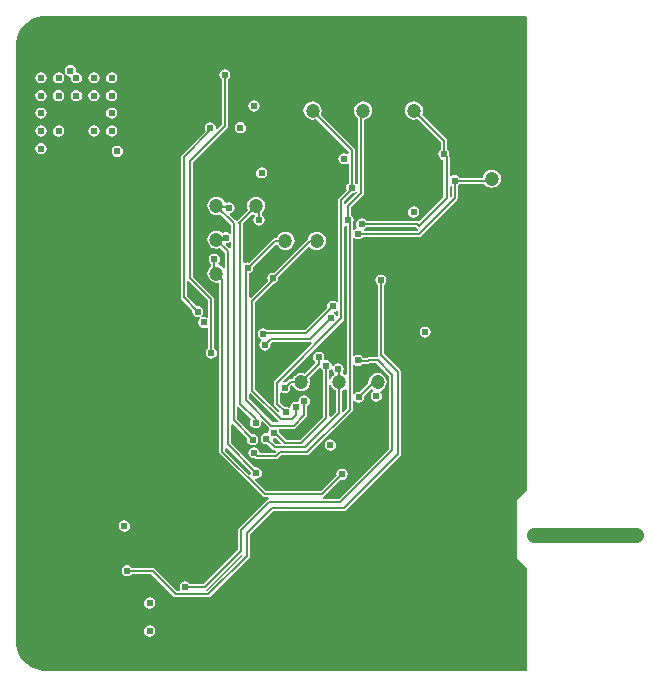
<source format=gbl>
G04 Layer_Physical_Order=4*
G04 Layer_Color=16763904*
%FSLAX25Y25*%
%MOIN*%
G70*
G01*
G75*
%ADD10C,0.00700*%
%ADD34C,0.05000*%
G04:AMPARAMS|DCode=35|XSize=74.8mil|YSize=95.47mil|CornerRadius=22.44mil|HoleSize=0mil|Usage=FLASHONLY|Rotation=0.000|XOffset=0mil|YOffset=0mil|HoleType=Round|Shape=RoundedRectangle|*
%AMROUNDEDRECTD35*
21,1,0.07480,0.05059,0,0,0.0*
21,1,0.02992,0.09547,0,0,0.0*
1,1,0.04488,0.01496,-0.02530*
1,1,0.04488,-0.01496,-0.02530*
1,1,0.04488,-0.01496,0.02530*
1,1,0.04488,0.01496,0.02530*
%
%ADD35ROUNDEDRECTD35*%
G04:AMPARAMS|DCode=36|XSize=49.21mil|YSize=43.31mil|CornerRadius=18.19mil|HoleSize=0mil|Usage=FLASHONLY|Rotation=0.000|XOffset=0mil|YOffset=0mil|HoleType=Round|Shape=RoundedRectangle|*
%AMROUNDEDRECTD36*
21,1,0.04921,0.00693,0,0,0.0*
21,1,0.01284,0.04331,0,0,0.0*
1,1,0.03638,0.00642,-0.00346*
1,1,0.03638,-0.00642,-0.00346*
1,1,0.03638,-0.00642,0.00346*
1,1,0.03638,0.00642,0.00346*
%
%ADD36ROUNDEDRECTD36*%
%ADD37C,0.02400*%
%ADD42C,0.04724*%
G36*
X12000Y-1173D02*
X14472D01*
X14500Y-1200D01*
X171759D01*
X171800Y-1300D01*
Y-159100D01*
X168500Y-162400D01*
Y-181800D01*
X171800Y-185100D01*
Y-219300D01*
X10515D01*
X8583Y-218916D01*
X6763Y-218162D01*
X5125Y-217068D01*
X3732Y-215675D01*
X2638Y-214037D01*
X1884Y-212217D01*
X1500Y-210285D01*
Y-209300D01*
Y-11100D01*
Y-10115D01*
X1884Y-8183D01*
X2638Y-6363D01*
X3732Y-4725D01*
X5125Y-3333D01*
X6763Y-2238D01*
X8583Y-1484D01*
X10515Y-1100D01*
X11635D01*
X12000Y-1173D01*
D02*
G37*
%LPC*%
G36*
X9900Y-37514D02*
X9178Y-37657D01*
X8566Y-38066D01*
X8157Y-38678D01*
X8014Y-39400D01*
X8157Y-40122D01*
X8566Y-40734D01*
X9178Y-41143D01*
X9900Y-41286D01*
X10622Y-41143D01*
X11234Y-40734D01*
X11643Y-40122D01*
X11786Y-39400D01*
X11643Y-38678D01*
X11234Y-38066D01*
X10622Y-37657D01*
X9900Y-37514D01*
D02*
G37*
G36*
Y-43414D02*
X9178Y-43557D01*
X8566Y-43966D01*
X8157Y-44578D01*
X8014Y-45300D01*
X8157Y-46022D01*
X8566Y-46634D01*
X9178Y-47043D01*
X9900Y-47186D01*
X10622Y-47043D01*
X11234Y-46634D01*
X11643Y-46022D01*
X11786Y-45300D01*
X11643Y-44578D01*
X11234Y-43966D01*
X10622Y-43557D01*
X9900Y-43414D01*
D02*
G37*
G36*
X35426Y-44314D02*
X34704Y-44457D01*
X34092Y-44866D01*
X33683Y-45478D01*
X33540Y-46200D01*
X33683Y-46922D01*
X34092Y-47534D01*
X34704Y-47943D01*
X35426Y-48086D01*
X36148Y-47943D01*
X36760Y-47534D01*
X37169Y-46922D01*
X37312Y-46200D01*
X37169Y-45478D01*
X36760Y-44866D01*
X36148Y-44457D01*
X35426Y-44314D01*
D02*
G37*
G36*
X33500Y-37514D02*
X32778Y-37657D01*
X32166Y-38066D01*
X31757Y-38678D01*
X31614Y-39400D01*
X31757Y-40122D01*
X32166Y-40734D01*
X32778Y-41143D01*
X33500Y-41286D01*
X34222Y-41143D01*
X34834Y-40734D01*
X35243Y-40122D01*
X35386Y-39400D01*
X35243Y-38678D01*
X34834Y-38066D01*
X34222Y-37657D01*
X33500Y-37514D01*
D02*
G37*
G36*
X27600D02*
X26878Y-37657D01*
X26266Y-38066D01*
X25857Y-38678D01*
X25714Y-39400D01*
X25857Y-40122D01*
X26266Y-40734D01*
X26878Y-41143D01*
X27600Y-41286D01*
X28322Y-41143D01*
X28934Y-40734D01*
X29343Y-40122D01*
X29486Y-39400D01*
X29343Y-38678D01*
X28934Y-38066D01*
X28322Y-37657D01*
X27600Y-37514D01*
D02*
G37*
G36*
X15800D02*
X15078Y-37657D01*
X14466Y-38066D01*
X14057Y-38678D01*
X13914Y-39400D01*
X14057Y-40122D01*
X14466Y-40734D01*
X15078Y-41143D01*
X15800Y-41286D01*
X16522Y-41143D01*
X17134Y-40734D01*
X17543Y-40122D01*
X17686Y-39400D01*
X17543Y-38678D01*
X17134Y-38066D01*
X16522Y-37657D01*
X15800Y-37514D01*
D02*
G37*
G36*
X83479Y-51470D02*
X82757Y-51613D01*
X82145Y-52022D01*
X81736Y-52634D01*
X81593Y-53356D01*
X81736Y-54078D01*
X82145Y-54690D01*
X82757Y-55099D01*
X83479Y-55242D01*
X84201Y-55099D01*
X84812Y-54690D01*
X85221Y-54078D01*
X85365Y-53356D01*
X85221Y-52634D01*
X84812Y-52022D01*
X84201Y-51613D01*
X83479Y-51470D01*
D02*
G37*
G36*
X134200Y-29562D02*
X133414Y-29665D01*
X132681Y-29969D01*
X132052Y-30452D01*
X131569Y-31081D01*
X131265Y-31814D01*
X131162Y-32600D01*
X131265Y-33386D01*
X131569Y-34119D01*
X132052Y-34748D01*
X132681Y-35231D01*
X133414Y-35535D01*
X134200Y-35638D01*
X134986Y-35535D01*
X135486Y-35328D01*
X143180Y-43022D01*
Y-45656D01*
X142866Y-45866D01*
X142457Y-46478D01*
X142314Y-47200D01*
X142457Y-47922D01*
X142866Y-48534D01*
X143478Y-48943D01*
X144080Y-49062D01*
Y-61278D01*
X135776Y-69582D01*
X135590Y-69458D01*
X135200Y-69380D01*
X118344D01*
X118134Y-69066D01*
X117522Y-68657D01*
X116800Y-68514D01*
X116078Y-68657D01*
X115466Y-69066D01*
X115057Y-69678D01*
X114914Y-70400D01*
X115057Y-71122D01*
X115228Y-71378D01*
X114998Y-71934D01*
X114878Y-71957D01*
X114320Y-72331D01*
X114079Y-72269D01*
X113820Y-72135D01*
Y-70256D01*
X114043Y-69922D01*
X114186Y-69200D01*
X114043Y-68478D01*
X113634Y-67866D01*
X113320Y-67656D01*
Y-64822D01*
X117321Y-60821D01*
X117542Y-60490D01*
X117620Y-60100D01*
Y-35599D01*
X118111Y-35535D01*
X118844Y-35231D01*
X119473Y-34748D01*
X119956Y-34119D01*
X120260Y-33386D01*
X120363Y-32600D01*
X120260Y-31814D01*
X119956Y-31081D01*
X119473Y-30452D01*
X118844Y-29969D01*
X118111Y-29665D01*
X117325Y-29562D01*
X116539Y-29665D01*
X115806Y-29969D01*
X115177Y-30452D01*
X114694Y-31081D01*
X114390Y-31814D01*
X114287Y-32600D01*
X114390Y-33386D01*
X114694Y-34119D01*
X115177Y-34748D01*
X115580Y-35058D01*
Y-57184D01*
X115080Y-57335D01*
X114834Y-56966D01*
X114520Y-56756D01*
Y-45900D01*
X114442Y-45510D01*
X114221Y-45179D01*
X103104Y-34063D01*
X103385Y-33386D01*
X103488Y-32600D01*
X103385Y-31814D01*
X103081Y-31081D01*
X102598Y-30452D01*
X101969Y-29969D01*
X101236Y-29665D01*
X100450Y-29562D01*
X99664Y-29665D01*
X98931Y-29969D01*
X98302Y-30452D01*
X97819Y-31081D01*
X97515Y-31814D01*
X97412Y-32600D01*
X97515Y-33386D01*
X97819Y-34119D01*
X98302Y-34748D01*
X98931Y-35231D01*
X99664Y-35535D01*
X100450Y-35638D01*
X101236Y-35535D01*
X101559Y-35401D01*
X112480Y-46322D01*
Y-46914D01*
X111980Y-47182D01*
X111645Y-46957D01*
X110923Y-46814D01*
X110201Y-46957D01*
X109589Y-47366D01*
X109180Y-47978D01*
X109037Y-48700D01*
X109180Y-49422D01*
X109589Y-50034D01*
X110201Y-50443D01*
X110923Y-50586D01*
X111645Y-50443D01*
X111980Y-50218D01*
X112480Y-50486D01*
Y-56756D01*
X112166Y-56966D01*
X111757Y-57578D01*
X111614Y-58300D01*
X111757Y-59022D01*
X111829Y-59129D01*
X109279Y-61679D01*
X109058Y-62010D01*
X108980Y-62400D01*
Y-96484D01*
X108480Y-96636D01*
X108434Y-96566D01*
X107822Y-96157D01*
X107100Y-96014D01*
X106378Y-96157D01*
X105766Y-96566D01*
X105357Y-97178D01*
X105214Y-97900D01*
X105288Y-98271D01*
X97778Y-105780D01*
X85343D01*
X85334Y-105766D01*
X84722Y-105357D01*
X84000Y-105214D01*
X83278Y-105357D01*
X82666Y-105766D01*
X82257Y-106378D01*
X82114Y-107100D01*
X82257Y-107822D01*
X82666Y-108434D01*
X83278Y-108843D01*
X83295Y-108846D01*
X83400Y-109377D01*
X83266Y-109466D01*
X82857Y-110078D01*
X82714Y-110800D01*
X82857Y-111522D01*
X83266Y-112134D01*
X83878Y-112543D01*
X84600Y-112686D01*
X85322Y-112543D01*
X85934Y-112134D01*
X86343Y-111522D01*
X86486Y-110800D01*
X86413Y-110429D01*
X87022Y-109820D01*
X99700D01*
X99989Y-109762D01*
X100241Y-110079D01*
X100284Y-110175D01*
X87879Y-122579D01*
X87658Y-122910D01*
X87580Y-123300D01*
Y-130300D01*
X87658Y-130690D01*
X87879Y-131021D01*
X89493Y-132635D01*
X89449Y-132900D01*
X88913Y-133071D01*
X81370Y-125528D01*
Y-96472D01*
X87519Y-90323D01*
X87922Y-90243D01*
X88534Y-89834D01*
X88943Y-89222D01*
X89086Y-88500D01*
X89012Y-88129D01*
X99154Y-77987D01*
X99653Y-78020D01*
X99752Y-78148D01*
X100381Y-78631D01*
X101114Y-78935D01*
X101900Y-79038D01*
X102686Y-78935D01*
X103419Y-78631D01*
X104048Y-78148D01*
X104531Y-77519D01*
X104835Y-76786D01*
X104938Y-76000D01*
X104835Y-75214D01*
X104531Y-74481D01*
X104048Y-73852D01*
X103419Y-73369D01*
X102686Y-73065D01*
X101900Y-72962D01*
X101114Y-73065D01*
X100381Y-73369D01*
X99752Y-73852D01*
X99269Y-74481D01*
X98965Y-75214D01*
X98953Y-75305D01*
X87571Y-86687D01*
X87200Y-86614D01*
X86478Y-86757D01*
X85866Y-87166D01*
X85457Y-87778D01*
X85314Y-88500D01*
X85457Y-89222D01*
X85569Y-89389D01*
X79880Y-95078D01*
X79380Y-94871D01*
Y-86871D01*
X79522Y-86843D01*
X80134Y-86434D01*
X80543Y-85822D01*
X80686Y-85100D01*
X80612Y-84729D01*
X88109Y-77233D01*
X88692Y-77334D01*
X88769Y-77519D01*
X89252Y-78148D01*
X89881Y-78631D01*
X90614Y-78935D01*
X91400Y-79038D01*
X92186Y-78935D01*
X92919Y-78631D01*
X93548Y-78148D01*
X94031Y-77519D01*
X94335Y-76786D01*
X94438Y-76000D01*
X94335Y-75214D01*
X94031Y-74481D01*
X93548Y-73852D01*
X92919Y-73369D01*
X92186Y-73065D01*
X91400Y-72962D01*
X90614Y-73065D01*
X89881Y-73369D01*
X89252Y-73852D01*
X88769Y-74481D01*
X88562Y-74980D01*
X87900D01*
X87510Y-75058D01*
X87179Y-75279D01*
X79171Y-83288D01*
X78800Y-83214D01*
X78078Y-83357D01*
X77890Y-83483D01*
X77390Y-83216D01*
Y-70027D01*
X80314Y-67103D01*
X80814Y-67310D01*
X81011Y-67336D01*
X81107Y-67498D01*
X81200Y-67865D01*
X80857Y-68378D01*
X80714Y-69100D01*
X80857Y-69822D01*
X81266Y-70434D01*
X81878Y-70843D01*
X82600Y-70986D01*
X83322Y-70843D01*
X83934Y-70434D01*
X84343Y-69822D01*
X84486Y-69100D01*
X84343Y-68378D01*
X83934Y-67766D01*
X83620Y-67556D01*
Y-66622D01*
X83748Y-66523D01*
X84231Y-65894D01*
X84535Y-65161D01*
X84638Y-64375D01*
X84535Y-63589D01*
X84231Y-62856D01*
X83748Y-62227D01*
X83119Y-61744D01*
X82386Y-61440D01*
X81600Y-61337D01*
X80814Y-61440D01*
X80081Y-61744D01*
X79452Y-62227D01*
X78969Y-62856D01*
X78665Y-63589D01*
X78562Y-64375D01*
X78665Y-65161D01*
X78872Y-65661D01*
X75481Y-69052D01*
X75101Y-69354D01*
X74770Y-69133D01*
X74558Y-69091D01*
X72903Y-67436D01*
X73067Y-66893D01*
X73322Y-66843D01*
X73934Y-66434D01*
X74343Y-65822D01*
X74486Y-65100D01*
X74343Y-64378D01*
X73934Y-63766D01*
X73322Y-63357D01*
X72600Y-63214D01*
X71878Y-63357D01*
X71797Y-63412D01*
X71188Y-63235D01*
X71031Y-62856D01*
X70548Y-62227D01*
X69919Y-61744D01*
X69186Y-61440D01*
X68400Y-61337D01*
X67614Y-61440D01*
X66881Y-61744D01*
X66252Y-62227D01*
X65769Y-62856D01*
X65465Y-63589D01*
X65362Y-64375D01*
X65465Y-65161D01*
X65769Y-65894D01*
X66252Y-66523D01*
X66881Y-67006D01*
X67614Y-67310D01*
X68400Y-67413D01*
X69186Y-67310D01*
X69686Y-67103D01*
X73360Y-70777D01*
Y-73554D01*
X72860Y-73706D01*
X72834Y-73666D01*
X72222Y-73257D01*
X71500Y-73114D01*
X70778Y-73257D01*
X70485Y-73453D01*
X69919Y-73019D01*
X69186Y-72715D01*
X68400Y-72612D01*
X67614Y-72715D01*
X66881Y-73019D01*
X66252Y-73502D01*
X65769Y-74131D01*
X65465Y-74864D01*
X65362Y-75650D01*
X65465Y-76436D01*
X65769Y-77169D01*
X66252Y-77798D01*
X66881Y-78281D01*
X67614Y-78585D01*
X68400Y-78688D01*
X69186Y-78585D01*
X69686Y-78378D01*
X71370Y-80062D01*
Y-85027D01*
X70870Y-85196D01*
X70548Y-84777D01*
X69919Y-84294D01*
X69226Y-84007D01*
X69145Y-83807D01*
X69075Y-83471D01*
X69443Y-82922D01*
X69586Y-82200D01*
X69443Y-81478D01*
X69034Y-80866D01*
X68422Y-80457D01*
X67700Y-80314D01*
X66978Y-80457D01*
X66366Y-80866D01*
X65957Y-81478D01*
X65814Y-82200D01*
X65957Y-82922D01*
X66366Y-83534D01*
X66680Y-83744D01*
Y-84448D01*
X66252Y-84777D01*
X65769Y-85406D01*
X65465Y-86139D01*
X65362Y-86925D01*
X65465Y-87711D01*
X65769Y-88444D01*
X66252Y-89073D01*
X66881Y-89556D01*
X67614Y-89860D01*
X68400Y-89963D01*
X68880Y-89900D01*
X69380Y-90281D01*
Y-146400D01*
X69458Y-146790D01*
X69679Y-147121D01*
X83779Y-161221D01*
X84110Y-161442D01*
X84500Y-161520D01*
X85754D01*
X85803Y-162020D01*
X85610Y-162058D01*
X85279Y-162279D01*
X75879Y-171679D01*
X75658Y-172010D01*
X75580Y-172400D01*
Y-178878D01*
X64078Y-190380D01*
X59544D01*
X59334Y-190066D01*
X58722Y-189657D01*
X58000Y-189514D01*
X57278Y-189657D01*
X56666Y-190066D01*
X56257Y-190678D01*
X56114Y-191400D01*
X56257Y-192122D01*
X56430Y-192380D01*
X56163Y-192880D01*
X55422D01*
X47821Y-185279D01*
X47490Y-185058D01*
X47100Y-184980D01*
X40244D01*
X40034Y-184666D01*
X39422Y-184257D01*
X38700Y-184114D01*
X37978Y-184257D01*
X37366Y-184666D01*
X36957Y-185278D01*
X36814Y-186000D01*
X36957Y-186722D01*
X37366Y-187334D01*
X37978Y-187743D01*
X38700Y-187886D01*
X39422Y-187743D01*
X40034Y-187334D01*
X40244Y-187020D01*
X46678D01*
X54279Y-194621D01*
X54610Y-194842D01*
X55000Y-194920D01*
X65600D01*
X65990Y-194842D01*
X66321Y-194621D01*
X79221Y-181721D01*
X79442Y-181390D01*
X79520Y-181000D01*
Y-173722D01*
X87222Y-166020D01*
X110900D01*
X111290Y-165942D01*
X111621Y-165721D01*
X129621Y-147721D01*
X129842Y-147390D01*
X129920Y-147000D01*
Y-119700D01*
X129842Y-119310D01*
X129621Y-118979D01*
X124220Y-113578D01*
Y-90744D01*
X124534Y-90534D01*
X124943Y-89922D01*
X125086Y-89200D01*
X124943Y-88478D01*
X124534Y-87866D01*
X123922Y-87457D01*
X123200Y-87314D01*
X122478Y-87457D01*
X121866Y-87866D01*
X121457Y-88478D01*
X121314Y-89200D01*
X121457Y-89922D01*
X121866Y-90534D01*
X122180Y-90744D01*
Y-114000D01*
X122258Y-114390D01*
X122267Y-114404D01*
X122193Y-114615D01*
X121984Y-114880D01*
X118955D01*
X118734Y-114925D01*
X117266D01*
X117045Y-114880D01*
X117044D01*
X116834Y-114566D01*
X116222Y-114157D01*
X115500Y-114014D01*
X114778Y-114157D01*
X114320Y-114464D01*
X113820Y-114253D01*
Y-75265D01*
X114079Y-75131D01*
X114320Y-75069D01*
X114878Y-75443D01*
X115600Y-75586D01*
X116322Y-75443D01*
X116934Y-75034D01*
X117144Y-74720D01*
X136000D01*
X136390Y-74642D01*
X136721Y-74421D01*
X148521Y-62621D01*
X148742Y-62290D01*
X148820Y-61900D01*
Y-57544D01*
X149134Y-57334D01*
X149344Y-57020D01*
X157723D01*
X158052Y-57448D01*
X158681Y-57931D01*
X159414Y-58235D01*
X160200Y-58338D01*
X160986Y-58235D01*
X161719Y-57931D01*
X162348Y-57448D01*
X162831Y-56819D01*
X163135Y-56086D01*
X163238Y-55300D01*
X163135Y-54514D01*
X162831Y-53781D01*
X162348Y-53152D01*
X161719Y-52669D01*
X160986Y-52365D01*
X160200Y-52262D01*
X159414Y-52365D01*
X158681Y-52669D01*
X158052Y-53152D01*
X157569Y-53781D01*
X157265Y-54514D01*
X157204Y-54980D01*
X149344D01*
X149134Y-54666D01*
X148522Y-54257D01*
X147800Y-54114D01*
X147078Y-54257D01*
X146620Y-54564D01*
X146120Y-54353D01*
Y-48100D01*
X146042Y-47710D01*
X145998Y-47644D01*
X146086Y-47200D01*
X145943Y-46478D01*
X145534Y-45866D01*
X145220Y-45656D01*
Y-42600D01*
X145142Y-42210D01*
X144921Y-41879D01*
X136928Y-33886D01*
X137135Y-33386D01*
X137238Y-32600D01*
X137135Y-31814D01*
X136831Y-31081D01*
X136348Y-30452D01*
X135719Y-29969D01*
X134986Y-29665D01*
X134200Y-29562D01*
D02*
G37*
G36*
X46150Y-194864D02*
X45429Y-195008D01*
X44817Y-195417D01*
X44408Y-196029D01*
X44264Y-196750D01*
X44408Y-197472D01*
X44817Y-198084D01*
X45429Y-198493D01*
X46150Y-198637D01*
X46872Y-198493D01*
X47484Y-198084D01*
X47893Y-197472D01*
X48037Y-196750D01*
X47893Y-196029D01*
X47484Y-195417D01*
X46872Y-195008D01*
X46150Y-194864D01*
D02*
G37*
G36*
X37721Y-169161D02*
X36999Y-169305D01*
X36388Y-169713D01*
X35979Y-170325D01*
X35835Y-171047D01*
X35979Y-171769D01*
X36388Y-172381D01*
X36999Y-172790D01*
X37721Y-172933D01*
X38443Y-172790D01*
X39055Y-172381D01*
X39464Y-171769D01*
X39608Y-171047D01*
X39464Y-170325D01*
X39055Y-169713D01*
X38443Y-169305D01*
X37721Y-169161D01*
D02*
G37*
G36*
X138000Y-104614D02*
X137278Y-104757D01*
X136666Y-105166D01*
X136257Y-105778D01*
X136114Y-106500D01*
X136257Y-107222D01*
X136666Y-107834D01*
X137278Y-108243D01*
X138000Y-108386D01*
X138722Y-108243D01*
X139334Y-107834D01*
X139743Y-107222D01*
X139886Y-106500D01*
X139743Y-105778D01*
X139334Y-105166D01*
X138722Y-104757D01*
X138000Y-104614D01*
D02*
G37*
G36*
X46150Y-204163D02*
X45429Y-204307D01*
X44817Y-204716D01*
X44408Y-205328D01*
X44264Y-206050D01*
X44408Y-206771D01*
X44817Y-207383D01*
X45429Y-207792D01*
X46150Y-207936D01*
X46872Y-207792D01*
X47484Y-207383D01*
X47893Y-206771D01*
X48037Y-206050D01*
X47893Y-205328D01*
X47484Y-204716D01*
X46872Y-204307D01*
X46150Y-204163D01*
D02*
G37*
G36*
X134100Y-64491D02*
X133378Y-64635D01*
X132766Y-65043D01*
X132357Y-65655D01*
X132214Y-66377D01*
X132357Y-67099D01*
X132766Y-67711D01*
X133378Y-68120D01*
X134100Y-68263D01*
X134822Y-68120D01*
X135434Y-67711D01*
X135843Y-67099D01*
X135986Y-66377D01*
X135843Y-65655D01*
X135434Y-65043D01*
X134822Y-64635D01*
X134100Y-64491D01*
D02*
G37*
G36*
X76400Y-36435D02*
X75678Y-36579D01*
X75066Y-36988D01*
X74657Y-37599D01*
X74514Y-38321D01*
X74657Y-39043D01*
X75066Y-39655D01*
X75678Y-40064D01*
X76400Y-40207D01*
X77122Y-40064D01*
X77734Y-39655D01*
X78143Y-39043D01*
X78286Y-38321D01*
X78143Y-37599D01*
X77734Y-36988D01*
X77122Y-36579D01*
X76400Y-36435D01*
D02*
G37*
G36*
X9900Y-19814D02*
X9178Y-19957D01*
X8566Y-20366D01*
X8157Y-20978D01*
X8014Y-21700D01*
X8157Y-22422D01*
X8566Y-23034D01*
X9178Y-23443D01*
X9900Y-23586D01*
X10622Y-23443D01*
X11234Y-23034D01*
X11643Y-22422D01*
X11786Y-21700D01*
X11643Y-20978D01*
X11234Y-20366D01*
X10622Y-19957D01*
X9900Y-19814D01*
D02*
G37*
G36*
X33500Y-25714D02*
X32778Y-25857D01*
X32166Y-26266D01*
X31757Y-26878D01*
X31614Y-27600D01*
X31757Y-28322D01*
X32166Y-28934D01*
X32778Y-29343D01*
X33500Y-29486D01*
X34222Y-29343D01*
X34834Y-28934D01*
X35243Y-28322D01*
X35386Y-27600D01*
X35243Y-26878D01*
X34834Y-26266D01*
X34222Y-25857D01*
X33500Y-25714D01*
D02*
G37*
G36*
X27600D02*
X26878Y-25857D01*
X26266Y-26266D01*
X25857Y-26878D01*
X25714Y-27600D01*
X25857Y-28322D01*
X26266Y-28934D01*
X26878Y-29343D01*
X27600Y-29486D01*
X28322Y-29343D01*
X28934Y-28934D01*
X29343Y-28322D01*
X29486Y-27600D01*
X29343Y-26878D01*
X28934Y-26266D01*
X28322Y-25857D01*
X27600Y-25714D01*
D02*
G37*
G36*
X15800Y-19814D02*
X15078Y-19957D01*
X14466Y-20366D01*
X14057Y-20978D01*
X13914Y-21700D01*
X14057Y-22422D01*
X14466Y-23034D01*
X15078Y-23443D01*
X15800Y-23586D01*
X16522Y-23443D01*
X17134Y-23034D01*
X17543Y-22422D01*
X17686Y-21700D01*
X17543Y-20978D01*
X17134Y-20366D01*
X16522Y-19957D01*
X15800Y-19814D01*
D02*
G37*
G36*
X33500D02*
X32778Y-19957D01*
X32166Y-20366D01*
X31757Y-20978D01*
X31614Y-21700D01*
X31757Y-22422D01*
X32166Y-23034D01*
X32778Y-23443D01*
X33500Y-23586D01*
X34222Y-23443D01*
X34834Y-23034D01*
X35243Y-22422D01*
X35386Y-21700D01*
X35243Y-20978D01*
X34834Y-20366D01*
X34222Y-19957D01*
X33500Y-19814D01*
D02*
G37*
G36*
X27600D02*
X26878Y-19957D01*
X26266Y-20366D01*
X25857Y-20978D01*
X25714Y-21700D01*
X25857Y-22422D01*
X26266Y-23034D01*
X26878Y-23443D01*
X27600Y-23586D01*
X28322Y-23443D01*
X28934Y-23034D01*
X29343Y-22422D01*
X29486Y-21700D01*
X29343Y-20978D01*
X28934Y-20366D01*
X28322Y-19957D01*
X27600Y-19814D01*
D02*
G37*
G36*
X19741Y-17388D02*
X19019Y-17531D01*
X18407Y-17940D01*
X17998Y-18552D01*
X17855Y-19274D01*
X17998Y-19996D01*
X18407Y-20608D01*
X19019Y-21017D01*
X19424Y-21097D01*
X19831Y-21613D01*
X19814Y-21700D01*
X19957Y-22422D01*
X20366Y-23034D01*
X20978Y-23443D01*
X21700Y-23586D01*
X22422Y-23443D01*
X23034Y-23034D01*
X23443Y-22422D01*
X23586Y-21700D01*
X23443Y-20978D01*
X23034Y-20366D01*
X22422Y-19957D01*
X22017Y-19877D01*
X21610Y-19361D01*
X21627Y-19274D01*
X21484Y-18552D01*
X21075Y-17940D01*
X20463Y-17531D01*
X19741Y-17388D01*
D02*
G37*
G36*
X33500Y-31614D02*
X32778Y-31757D01*
X32166Y-32166D01*
X31757Y-32778D01*
X31614Y-33500D01*
X31757Y-34222D01*
X32166Y-34834D01*
X32778Y-35243D01*
X33500Y-35386D01*
X34222Y-35243D01*
X34834Y-34834D01*
X35243Y-34222D01*
X35386Y-33500D01*
X35243Y-32778D01*
X34834Y-32166D01*
X34222Y-31757D01*
X33500Y-31614D01*
D02*
G37*
G36*
X9900D02*
X9178Y-31757D01*
X8566Y-32166D01*
X8157Y-32778D01*
X8014Y-33500D01*
X8157Y-34222D01*
X8566Y-34834D01*
X9178Y-35243D01*
X9900Y-35386D01*
X10622Y-35243D01*
X11234Y-34834D01*
X11643Y-34222D01*
X11786Y-33500D01*
X11643Y-32778D01*
X11234Y-32166D01*
X10622Y-31757D01*
X9900Y-31614D01*
D02*
G37*
G36*
X71200Y-18814D02*
X70478Y-18957D01*
X69866Y-19366D01*
X69457Y-19978D01*
X69314Y-20700D01*
X69457Y-21422D01*
X69866Y-22034D01*
X70180Y-22244D01*
Y-37278D01*
X68731Y-38727D01*
X68270Y-38481D01*
X68286Y-38400D01*
X68143Y-37678D01*
X67734Y-37066D01*
X67122Y-36657D01*
X66400Y-36514D01*
X65678Y-36657D01*
X65066Y-37066D01*
X64657Y-37678D01*
X64514Y-38400D01*
X64657Y-39122D01*
X64809Y-39349D01*
X56779Y-47379D01*
X56558Y-47710D01*
X56480Y-48100D01*
Y-94900D01*
X56558Y-95290D01*
X56779Y-95621D01*
X60387Y-99229D01*
X60314Y-99600D01*
X60457Y-100322D01*
X60866Y-100934D01*
X61478Y-101343D01*
X62200Y-101486D01*
X62868Y-101353D01*
X62922Y-101343D01*
X63186Y-101761D01*
X63146Y-101788D01*
X62945Y-101922D01*
X62536Y-102534D01*
X62392Y-103256D01*
X62536Y-103978D01*
X62945Y-104590D01*
X63557Y-104999D01*
X64279Y-105142D01*
X65001Y-104999D01*
X65180Y-104878D01*
X65680Y-105146D01*
Y-111956D01*
X65366Y-112166D01*
X64957Y-112778D01*
X64814Y-113500D01*
X64957Y-114222D01*
X65366Y-114834D01*
X65978Y-115243D01*
X66700Y-115386D01*
X67422Y-115243D01*
X68034Y-114834D01*
X68443Y-114222D01*
X68586Y-113500D01*
X68443Y-112778D01*
X68034Y-112166D01*
X67720Y-111956D01*
Y-95500D01*
X67642Y-95110D01*
X67421Y-94779D01*
X60620Y-87978D01*
Y-49722D01*
X71921Y-38421D01*
X72142Y-38090D01*
X72220Y-37700D01*
Y-22244D01*
X72534Y-22034D01*
X72943Y-21422D01*
X73086Y-20700D01*
X72943Y-19978D01*
X72534Y-19366D01*
X71922Y-18957D01*
X71200Y-18814D01*
D02*
G37*
G36*
X80921Y-29214D02*
X80199Y-29357D01*
X79588Y-29766D01*
X79179Y-30378D01*
X79035Y-31100D01*
X79179Y-31822D01*
X79588Y-32434D01*
X80199Y-32843D01*
X80921Y-32986D01*
X81643Y-32843D01*
X82255Y-32434D01*
X82664Y-31822D01*
X82807Y-31100D01*
X82664Y-30378D01*
X82255Y-29766D01*
X81643Y-29357D01*
X80921Y-29214D01*
D02*
G37*
G36*
X15800Y-25714D02*
X15078Y-25857D01*
X14466Y-26266D01*
X14057Y-26878D01*
X13914Y-27600D01*
X14057Y-28322D01*
X14466Y-28934D01*
X15078Y-29343D01*
X15800Y-29486D01*
X16522Y-29343D01*
X17134Y-28934D01*
X17543Y-28322D01*
X17686Y-27600D01*
X17543Y-26878D01*
X17134Y-26266D01*
X16522Y-25857D01*
X15800Y-25714D01*
D02*
G37*
G36*
X21700D02*
X20978Y-25857D01*
X20366Y-26266D01*
X19957Y-26878D01*
X19814Y-27600D01*
X19957Y-28322D01*
X20366Y-28934D01*
X20978Y-29343D01*
X21700Y-29486D01*
X22422Y-29343D01*
X23034Y-28934D01*
X23443Y-28322D01*
X23586Y-27600D01*
X23443Y-26878D01*
X23034Y-26266D01*
X22422Y-25857D01*
X21700Y-25714D01*
D02*
G37*
G36*
X9900D02*
X9178Y-25857D01*
X8566Y-26266D01*
X8157Y-26878D01*
X8014Y-27600D01*
X8157Y-28322D01*
X8566Y-28934D01*
X9178Y-29343D01*
X9900Y-29486D01*
X10622Y-29343D01*
X11234Y-28934D01*
X11643Y-28322D01*
X11786Y-27600D01*
X11643Y-26878D01*
X11234Y-26266D01*
X10622Y-25857D01*
X9900Y-25714D01*
D02*
G37*
%LPD*%
G36*
X89038Y-136080D02*
X89019Y-136251D01*
X88867Y-136580D01*
X87122D01*
X79380Y-128838D01*
Y-127129D01*
X79880Y-126921D01*
X89038Y-136080D01*
D02*
G37*
G36*
X111780Y-125675D02*
Y-131978D01*
X110720Y-133038D01*
X110220Y-132831D01*
Y-126007D01*
X110886Y-125731D01*
X111280Y-125428D01*
X111780Y-125675D01*
D02*
G37*
G36*
X106736Y-124619D02*
X107218Y-125248D01*
X107848Y-125731D01*
X108180Y-125869D01*
Y-133078D01*
X106520Y-134739D01*
X106020Y-134531D01*
Y-124197D01*
X106520Y-124098D01*
X106736Y-124619D01*
D02*
G37*
G36*
X77103Y-180946D02*
X77104Y-180954D01*
X65242Y-192816D01*
X65051Y-192790D01*
X65018Y-192698D01*
X64988Y-192277D01*
X65221Y-192121D01*
X76560Y-180782D01*
X77103Y-180946D01*
D02*
G37*
G36*
X79887Y-153029D02*
X79814Y-153400D01*
X79879Y-153730D01*
X79419Y-153977D01*
X71420Y-145978D01*
Y-145269D01*
X71920Y-145062D01*
X79887Y-153029D01*
D02*
G37*
G36*
X89877Y-143318D02*
X89685Y-143780D01*
X88222D01*
X87105Y-142663D01*
X87127Y-142273D01*
X87500Y-141886D01*
X88222Y-141743D01*
X88269Y-141711D01*
X89877Y-143318D01*
D02*
G37*
G36*
X73360Y-76446D02*
Y-78294D01*
X72860Y-78562D01*
X72780Y-78508D01*
X72680Y-78488D01*
X71561Y-77369D01*
X71738Y-76839D01*
X72222Y-76743D01*
X72834Y-76334D01*
X72860Y-76294D01*
X73360Y-76446D01*
D02*
G37*
G36*
X108980Y-99316D02*
Y-101030D01*
X108843Y-101131D01*
X108753Y-101140D01*
X108209Y-100979D01*
X107934Y-100566D01*
X107431Y-100230D01*
X107458Y-99781D01*
X107484Y-99710D01*
X107822Y-99643D01*
X108434Y-99234D01*
X108480Y-99164D01*
X108980Y-99316D01*
D02*
G37*
G36*
X135079Y-71721D02*
X135316Y-71879D01*
X135449Y-72289D01*
X135469Y-72464D01*
X135302Y-72680D01*
X117591D01*
X117576Y-72642D01*
X117522Y-72143D01*
X118134Y-71734D01*
X118344Y-71420D01*
X134778D01*
X135079Y-71721D01*
D02*
G37*
G36*
X146780Y-57911D02*
Y-61164D01*
X146620Y-61275D01*
X146120Y-61013D01*
Y-58072D01*
X146620Y-57804D01*
X146780Y-57911D01*
D02*
G37*
G36*
X115352Y-59758D02*
X115380Y-59878D01*
X111579Y-63679D01*
X111520Y-63768D01*
X111020Y-63616D01*
Y-62822D01*
X113694Y-60148D01*
X114222Y-60043D01*
X114834Y-59634D01*
X115352Y-59758D01*
D02*
G37*
G36*
X106974Y-118786D02*
X107016Y-118812D01*
X107157Y-119522D01*
X107566Y-120134D01*
X107531Y-120712D01*
X107218Y-120952D01*
X106736Y-121581D01*
X106520Y-122102D01*
X106020Y-122003D01*
Y-119144D01*
X106334Y-118934D01*
X106538Y-118628D01*
X106974Y-118786D01*
D02*
G37*
G36*
X103305Y-118394D02*
X103666Y-118934D01*
X103980Y-119144D01*
Y-134678D01*
X96278Y-142380D01*
X91822D01*
X89372Y-139930D01*
X89243Y-139278D01*
X89137Y-139120D01*
X89404Y-138620D01*
X94100D01*
X94490Y-138542D01*
X94821Y-138321D01*
X98421Y-134721D01*
X98642Y-134390D01*
X98720Y-134000D01*
Y-130944D01*
X99034Y-130734D01*
X99443Y-130122D01*
X99586Y-129400D01*
X99443Y-128678D01*
X99034Y-128066D01*
X98422Y-127657D01*
X97700Y-127514D01*
X96978Y-127657D01*
X96366Y-128066D01*
X95957Y-128678D01*
X95828Y-129327D01*
X95783Y-129421D01*
X95365Y-129706D01*
X94900Y-129614D01*
X94178Y-129757D01*
X93566Y-130166D01*
X93157Y-130778D01*
X93034Y-131399D01*
X92730Y-131600D01*
X92537Y-131668D01*
X92222Y-131457D01*
X91500Y-131314D01*
X91129Y-131387D01*
X89620Y-129878D01*
Y-126837D01*
X90120Y-126570D01*
X90378Y-126743D01*
X91100Y-126886D01*
X91822Y-126743D01*
X92434Y-126334D01*
X92843Y-125722D01*
X92986Y-125000D01*
X92913Y-124629D01*
X93303Y-124239D01*
X93888Y-124344D01*
X94002Y-124619D01*
X94485Y-125248D01*
X95114Y-125731D01*
X95847Y-126035D01*
X96633Y-126138D01*
X97420Y-126035D01*
X98152Y-125731D01*
X98782Y-125248D01*
X99265Y-124619D01*
X99568Y-123886D01*
X99672Y-123100D01*
X99568Y-122314D01*
X99307Y-121685D01*
X102767Y-118225D01*
X103305Y-118394D01*
D02*
G37*
G36*
X111780Y-71202D02*
Y-120525D01*
X111280Y-120772D01*
X110886Y-120469D01*
X110671Y-120380D01*
X110483Y-119761D01*
X110643Y-119522D01*
X110786Y-118800D01*
X110643Y-118078D01*
X110234Y-117466D01*
X109622Y-117057D01*
X108900Y-116914D01*
X108178Y-117057D01*
X107566Y-117466D01*
X107362Y-117772D01*
X106926Y-117614D01*
X106884Y-117588D01*
X106743Y-116878D01*
X106334Y-116266D01*
X105722Y-115857D01*
X105000Y-115714D01*
X104697Y-115774D01*
X104298Y-115344D01*
X104386Y-114900D01*
X104243Y-114178D01*
X103834Y-113566D01*
X103222Y-113157D01*
X102500Y-113014D01*
X101778Y-113157D01*
X101166Y-113566D01*
X100757Y-114178D01*
X100614Y-114900D01*
X100757Y-115622D01*
X101166Y-116234D01*
X101188Y-116249D01*
X101241Y-116867D01*
X97790Y-120318D01*
X97420Y-120165D01*
X96633Y-120062D01*
X95847Y-120165D01*
X95114Y-120469D01*
X94485Y-120952D01*
X94002Y-121581D01*
X93837Y-121980D01*
X93100D01*
X92710Y-122058D01*
X92379Y-122279D01*
X91471Y-123187D01*
X91100Y-123114D01*
X90894Y-123155D01*
X90648Y-122694D01*
X110721Y-102621D01*
X110942Y-102290D01*
X111020Y-101900D01*
Y-71346D01*
X111504Y-71062D01*
X111780Y-71202D01*
D02*
G37*
G36*
X125780Y-121022D02*
Y-145478D01*
X109278Y-161980D01*
X103946D01*
X103897Y-161480D01*
X104090Y-161442D01*
X104421Y-161221D01*
X109929Y-155712D01*
X110300Y-155786D01*
X111022Y-155643D01*
X111634Y-155234D01*
X112043Y-154622D01*
X112186Y-153900D01*
X112043Y-153178D01*
X111634Y-152566D01*
X111022Y-152157D01*
X110300Y-152014D01*
X109578Y-152157D01*
X108966Y-152566D01*
X108557Y-153178D01*
X108414Y-153900D01*
X108487Y-154271D01*
X103278Y-159480D01*
X84922D01*
X81123Y-155681D01*
X81370Y-155220D01*
X81700Y-155286D01*
X82422Y-155143D01*
X83034Y-154734D01*
X83443Y-154122D01*
X83586Y-153400D01*
X83443Y-152678D01*
X83034Y-152066D01*
X82422Y-151657D01*
X81700Y-151514D01*
X81329Y-151587D01*
X73410Y-143668D01*
Y-137305D01*
X73871Y-137113D01*
X78688Y-141929D01*
X78614Y-142300D01*
X78757Y-143022D01*
X79166Y-143634D01*
X79778Y-144043D01*
X80500Y-144186D01*
X81222Y-144043D01*
X81834Y-143634D01*
X82243Y-143022D01*
X82386Y-142300D01*
X82243Y-141578D01*
X81834Y-140966D01*
X81222Y-140557D01*
X80500Y-140414D01*
X80129Y-140488D01*
X75400Y-135758D01*
Y-131549D01*
X75900Y-131342D01*
X80069Y-135511D01*
X79757Y-135978D01*
X79614Y-136700D01*
X79757Y-137422D01*
X80166Y-138034D01*
X80778Y-138443D01*
X81500Y-138586D01*
X82222Y-138443D01*
X82834Y-138034D01*
X83243Y-137422D01*
X83386Y-136700D01*
X83320Y-136370D01*
X83781Y-136123D01*
X85900Y-138242D01*
X85980Y-138369D01*
X85990Y-138930D01*
X85757Y-139278D01*
X85666Y-139736D01*
X85172Y-140148D01*
X85000Y-140114D01*
X84278Y-140257D01*
X83666Y-140666D01*
X83257Y-141278D01*
X83114Y-142000D01*
X83257Y-142722D01*
X83666Y-143334D01*
X84278Y-143743D01*
X85000Y-143886D01*
X85371Y-143813D01*
X87079Y-145521D01*
X87410Y-145742D01*
X87800Y-145820D01*
X88085D01*
X88276Y-146282D01*
X87878Y-146680D01*
X82782D01*
X82643Y-145978D01*
X82234Y-145366D01*
X81622Y-144957D01*
X80900Y-144814D01*
X80178Y-144957D01*
X79566Y-145366D01*
X79157Y-145978D01*
X79014Y-146700D01*
X79157Y-147422D01*
X79566Y-148034D01*
X80178Y-148443D01*
X80900Y-148586D01*
X81306Y-148505D01*
X81510Y-148642D01*
X81900Y-148720D01*
X88300D01*
X88690Y-148642D01*
X89021Y-148421D01*
X89922Y-147520D01*
X98700D01*
X99090Y-147442D01*
X99421Y-147221D01*
X113521Y-133121D01*
X113742Y-132790D01*
X113820Y-132400D01*
Y-129366D01*
X114320Y-129214D01*
X114466Y-129434D01*
X115078Y-129843D01*
X115800Y-129986D01*
X116522Y-129843D01*
X117134Y-129434D01*
X117543Y-128822D01*
X117686Y-128100D01*
X117613Y-127729D01*
X120032Y-125310D01*
X120581Y-125731D01*
X120592Y-125736D01*
X120647Y-126300D01*
X120366Y-126488D01*
X119957Y-127099D01*
X119814Y-127821D01*
X119957Y-128543D01*
X120366Y-129155D01*
X120978Y-129564D01*
X121700Y-129708D01*
X122422Y-129564D01*
X123034Y-129155D01*
X123443Y-128543D01*
X123586Y-127821D01*
X123443Y-127099D01*
X123034Y-126488D01*
X123115Y-125940D01*
X123619Y-125731D01*
X124248Y-125248D01*
X124731Y-124619D01*
X125035Y-123886D01*
X125138Y-123100D01*
X125035Y-122314D01*
X124731Y-121581D01*
X124248Y-120952D01*
X123619Y-120469D01*
X122886Y-120165D01*
X122100Y-120062D01*
X121314Y-120165D01*
X120581Y-120469D01*
X119952Y-120952D01*
X119469Y-121581D01*
X119165Y-122314D01*
X119062Y-123100D01*
X119096Y-123362D01*
X116171Y-126287D01*
X115800Y-126214D01*
X115078Y-126357D01*
X114466Y-126766D01*
X114320Y-126986D01*
X113820Y-126834D01*
Y-117546D01*
X114320Y-117336D01*
X114778Y-117643D01*
X115500Y-117786D01*
X116222Y-117643D01*
X116834Y-117234D01*
X117023Y-116951D01*
X117089Y-116964D01*
X118911D01*
X119133Y-116920D01*
X121678D01*
X125780Y-121022D01*
D02*
G37*
%LPC*%
G36*
X106400Y-142214D02*
X105678Y-142357D01*
X105066Y-142766D01*
X104657Y-143378D01*
X104514Y-144100D01*
X104657Y-144822D01*
X105066Y-145434D01*
X105678Y-145843D01*
X106400Y-145986D01*
X107122Y-145843D01*
X107734Y-145434D01*
X108143Y-144822D01*
X108286Y-144100D01*
X108143Y-143378D01*
X107734Y-142766D01*
X107122Y-142357D01*
X106400Y-142214D01*
D02*
G37*
%LPD*%
G36*
X65680Y-95922D02*
Y-101366D01*
X65180Y-101633D01*
X65001Y-101513D01*
X64279Y-101370D01*
X63610Y-101503D01*
X63557Y-101513D01*
X63293Y-101095D01*
X63333Y-101068D01*
X63534Y-100934D01*
X63943Y-100322D01*
X64086Y-99600D01*
X63943Y-98878D01*
X63534Y-98266D01*
X62922Y-97857D01*
X62200Y-97714D01*
X61829Y-97787D01*
X58520Y-94478D01*
Y-89460D01*
X59020Y-89262D01*
X65680Y-95922D01*
D02*
G37*
D10*
X91100Y-125000D02*
X93100Y-123000D01*
X96550D01*
X80900Y-146700D02*
X81900Y-147700D01*
X88300D01*
X89500Y-146500D01*
X98700D01*
X97900Y-144800D02*
X109200Y-133500D01*
X91400Y-143400D02*
X96700D01*
X105000Y-135100D01*
X96550Y-123000D02*
X102500Y-117050D01*
X72200Y-143900D02*
X81700Y-153400D01*
X68400Y-75650D02*
X72200Y-79450D01*
X74100Y-135900D02*
X80500Y-142300D01*
X76000Y-69975D02*
X81600Y-64375D01*
X85000Y-142000D02*
X87800Y-144800D01*
X97900D01*
X88000Y-140000D02*
X91400Y-143400D01*
X87500Y-140000D02*
X88000D01*
X93500Y-135400D02*
X94900Y-134000D01*
Y-131500D01*
X94100Y-137600D02*
X97700Y-134000D01*
Y-129400D01*
X88600Y-130300D02*
X91500Y-133200D01*
X110000Y-101900D02*
Y-62400D01*
X113500Y-58900D01*
Y-58300D01*
X70400Y-146400D02*
Y-88925D01*
X68400Y-86925D02*
X70400Y-88925D01*
X72390Y-143900D02*
Y-79450D01*
X74380Y-135900D02*
Y-70075D01*
X78360Y-129200D02*
Y-85600D01*
X80350Y-96050D02*
X87200Y-89200D01*
Y-88500D01*
X82600Y-69100D02*
Y-65375D01*
X81600Y-64375D02*
X82600Y-65375D01*
X67700Y-86225D02*
Y-82200D01*
Y-86225D02*
X68400Y-86925D01*
X69050Y-75000D02*
X71500D01*
X68400Y-75650D02*
X69050Y-75000D01*
X72137Y-64638D02*
X72600Y-65100D01*
X68663Y-64638D02*
X72137D01*
X68663D02*
X74100Y-70075D01*
X87900Y-76000D02*
X91400D01*
X87200Y-88500D02*
X99700Y-76000D01*
X101900D01*
X57500Y-94900D02*
Y-48100D01*
X59600Y-49300D02*
X71200Y-37700D01*
Y-20700D01*
X57500Y-48100D02*
X66400Y-39200D01*
Y-38400D01*
X136200Y-73500D02*
X147800Y-61900D01*
Y-56000D01*
X135800Y-71000D02*
X145100Y-61700D01*
Y-48100D01*
X144200Y-47200D02*
X145100Y-48100D01*
X108900Y-119400D02*
X109200Y-119700D01*
X108900Y-119400D02*
Y-118800D01*
X105000Y-135100D02*
Y-117600D01*
X102500Y-117050D02*
Y-114900D01*
X109200Y-133500D02*
Y-119700D01*
X57500Y-94900D02*
X62200Y-99600D01*
X88600Y-130300D02*
Y-123300D01*
X110000Y-101900D01*
X99700Y-108800D02*
X106600Y-101900D01*
X86600Y-108800D02*
X99700D01*
X84600Y-110800D02*
X86600Y-108800D01*
X98200Y-106800D02*
X107100Y-97900D01*
X84300Y-106800D02*
X98200D01*
X84000Y-107100D02*
X84300Y-106800D01*
X115500Y-115900D02*
X117045D01*
X117089Y-115944D01*
X118911D01*
X118955Y-115900D01*
X122100D01*
X126800Y-120600D01*
Y-145900D02*
Y-120600D01*
X109700Y-163000D02*
X126800Y-145900D01*
X86000Y-163000D02*
X109700D01*
X76600Y-172400D02*
X86000Y-163000D01*
X123200Y-114000D02*
Y-89200D01*
Y-114000D02*
X128900Y-119700D01*
Y-147000D02*
Y-119700D01*
X110900Y-165000D02*
X128900Y-147000D01*
X86800Y-165000D02*
X110900D01*
X78500Y-173300D02*
X86800Y-165000D01*
X47100Y-186000D02*
X55000Y-193900D01*
X38700Y-186000D02*
X47100D01*
X64500Y-191400D02*
X76600Y-179300D01*
Y-172400D01*
X55000Y-193900D02*
X65600D01*
X78500Y-181000D01*
Y-173300D01*
X58000Y-191400D02*
X64500D01*
X147800Y-56000D02*
X159500D01*
X160200Y-55300D01*
X115800Y-128100D02*
X120800Y-123100D01*
X122100D01*
X113500Y-58300D02*
Y-45900D01*
X100450Y-32850D02*
X113500Y-45900D01*
X100450Y-32850D02*
Y-32600D01*
X112300Y-69200D02*
Y-64400D01*
X116600Y-60100D01*
Y-33325D01*
X117325Y-32600D01*
X144200Y-47200D02*
Y-42600D01*
X134200Y-32600D02*
X144200Y-42600D01*
X136000Y-73700D02*
X136200Y-73500D01*
X115600Y-73700D02*
X136000D01*
X98700Y-146500D02*
X112800Y-132400D01*
Y-69700D01*
X112300Y-69200D02*
X112800Y-69700D01*
X135200Y-70400D02*
X135800Y-71000D01*
X116800Y-70400D02*
X135200D01*
X78300Y-129200D02*
X86700Y-137600D01*
X94100D01*
X80350Y-125950D02*
Y-96050D01*
Y-125950D02*
X89800Y-135400D01*
X93500D01*
X81500Y-136700D02*
Y-135500D01*
X76370Y-130370D02*
X81500Y-135500D01*
X76370Y-130370D02*
Y-69975D01*
X78800Y-85100D02*
X87900Y-76000D01*
X59600Y-88400D02*
Y-49300D01*
Y-88400D02*
X66700Y-95500D01*
Y-113500D02*
Y-95500D01*
X70400Y-146400D02*
X84500Y-160500D01*
X103700D01*
X110300Y-153900D01*
D34*
X174100Y-174000D02*
X208200D01*
X208300Y-174100D01*
D35*
X12600Y-121980D02*
D03*
Y-91965D02*
D03*
D36*
X24411Y-115732D02*
D03*
Y-98213D02*
D03*
D37*
X14500Y-71100D02*
D03*
X110300Y-153900D02*
D03*
X91100Y-125000D02*
D03*
X81700Y-153400D02*
D03*
X80900Y-146700D02*
D03*
X112300Y-69200D02*
D03*
X80500Y-142300D02*
D03*
X81500Y-136700D02*
D03*
X94900Y-131500D02*
D03*
X97700Y-129400D02*
D03*
X85000Y-142000D02*
D03*
X87500Y-140000D02*
D03*
X91500Y-133200D02*
D03*
X113500Y-58300D02*
D03*
X106400Y-144100D02*
D03*
X115000Y-147500D02*
D03*
X120300Y-146400D02*
D03*
X126956Y-158356D02*
D03*
X130567Y-164700D02*
D03*
X153100Y-176300D02*
D03*
X147467D02*
D03*
X141833Y-176497D02*
D03*
X63600Y-188703D02*
D03*
X34300Y-194600D02*
D03*
X22750Y-212515D02*
D03*
X22750Y-190285D02*
D03*
X62200Y-172700D02*
D03*
X67500D02*
D03*
X73244Y-175144D02*
D03*
X73244Y-164156D02*
D03*
X77600Y-185800D02*
D03*
X83133D02*
D03*
X88667D02*
D03*
X94200D02*
D03*
X116000Y-177000D02*
D03*
X116006Y-189444D02*
D03*
X40797Y-151800D02*
D03*
Y-144250D02*
D03*
Y-136700D02*
D03*
X58900Y-145100D02*
D03*
X67054Y-145197D02*
D03*
X67444Y-137256D02*
D03*
X116144Y-120356D02*
D03*
X118000Y-113744D02*
D03*
X134400Y-115000D02*
D03*
X158500Y-119200D02*
D03*
X154456Y-127356D02*
D03*
X157500Y-102000D02*
D03*
X160244Y-93400D02*
D03*
X143756Y-77500D02*
D03*
X148644Y-69044D02*
D03*
X132544Y-79300D02*
D03*
X128400Y-54400D02*
D03*
X134100D02*
D03*
X122900Y-48700D02*
D03*
X100200Y-44603D02*
D03*
X93550Y-44800D02*
D03*
X86900D02*
D03*
X92400Y-67944D02*
D03*
X86944Y-99000D02*
D03*
X64503Y-69100D02*
D03*
X56300Y-38244D02*
D03*
X37056Y-12900D02*
D03*
X16500Y-35900D02*
D03*
X14600Y-64800D02*
D03*
X7356Y-102400D02*
D03*
X7156Y-111700D02*
D03*
X46150Y-206050D02*
D03*
Y-196750D02*
D03*
X134100Y-66377D02*
D03*
X110923Y-48700D02*
D03*
X83479Y-53356D02*
D03*
X121700Y-127821D02*
D03*
X76400Y-38321D02*
D03*
X80921Y-31100D02*
D03*
X35426Y-46200D02*
D03*
X19741Y-19274D02*
D03*
X87200Y-88500D02*
D03*
X82600Y-69100D02*
D03*
X67700Y-82200D02*
D03*
X71500Y-75000D02*
D03*
X72600Y-65100D02*
D03*
X64279Y-103256D02*
D03*
X63556Y-74900D02*
D03*
X71200Y-20700D02*
D03*
X66400Y-38400D02*
D03*
X64100Y-96800D02*
D03*
X144200Y-47200D02*
D03*
X147800Y-56000D02*
D03*
X108900Y-118800D02*
D03*
X105000Y-117600D02*
D03*
X102500Y-114900D02*
D03*
X66700Y-113500D02*
D03*
X62200Y-99600D02*
D03*
X106600Y-101900D02*
D03*
X84600Y-110800D02*
D03*
X107100Y-97900D02*
D03*
X84000Y-107100D02*
D03*
X115500Y-115900D02*
D03*
X123200Y-89200D02*
D03*
X38700Y-186000D02*
D03*
X58000Y-191400D02*
D03*
X76400Y-156000D02*
D03*
X37721Y-171047D02*
D03*
X115800Y-128100D02*
D03*
X115600Y-73700D02*
D03*
X119200Y-58300D02*
D03*
X116800Y-70400D02*
D03*
X138000Y-106500D02*
D03*
X174100Y-174000D02*
D03*
X208300Y-174100D02*
D03*
X160968Y-197600D02*
D03*
X146456Y-203600D02*
D03*
X151900Y-206451D02*
D03*
X157544Y-203400D02*
D03*
X146256Y-191800D02*
D03*
X151900Y-188749D02*
D03*
X157344Y-191600D02*
D03*
X41200Y-98100D02*
D03*
X28600Y-50000D02*
D03*
X30100Y-52200D02*
D03*
X31700Y-50000D02*
D03*
X34800D02*
D03*
X33200Y-52100D02*
D03*
X9900Y-45300D02*
D03*
Y-39400D02*
D03*
Y-33500D02*
D03*
Y-27600D02*
D03*
Y-21700D02*
D03*
X15800D02*
D03*
X21700D02*
D03*
X27600D02*
D03*
X33500D02*
D03*
Y-27600D02*
D03*
X27600D02*
D03*
X21700D02*
D03*
X15800D02*
D03*
X33500Y-33500D02*
D03*
Y-39400D02*
D03*
X27600D02*
D03*
X15800D02*
D03*
X167500Y-5000D02*
D03*
X161600Y-5000D02*
D03*
X155700D02*
D03*
X149800D02*
D03*
X143900D02*
D03*
X120300D02*
D03*
X126200D02*
D03*
X132100D02*
D03*
X138000D02*
D03*
X96700D02*
D03*
X102600D02*
D03*
X108500D02*
D03*
X114400D02*
D03*
X73100D02*
D03*
X79000D02*
D03*
X84900D02*
D03*
X90800D02*
D03*
X49500D02*
D03*
X55400D02*
D03*
X61300D02*
D03*
X67200D02*
D03*
X25900D02*
D03*
X31800D02*
D03*
X37700D02*
D03*
X43600D02*
D03*
X14100D02*
D03*
X20000D02*
D03*
X5000Y-50200D02*
D03*
Y-56100D02*
D03*
Y-26600D02*
D03*
Y-32500D02*
D03*
Y-38400D02*
D03*
Y-44300D02*
D03*
Y-14800D02*
D03*
Y-20700D02*
D03*
Y-97400D02*
D03*
Y-73800D02*
D03*
Y-79700D02*
D03*
Y-85600D02*
D03*
Y-91500D02*
D03*
Y-62000D02*
D03*
Y-67900D02*
D03*
Y-144600D02*
D03*
Y-150500D02*
D03*
Y-121000D02*
D03*
Y-126900D02*
D03*
Y-132800D02*
D03*
Y-138700D02*
D03*
Y-115100D02*
D03*
Y-191800D02*
D03*
Y-197700D02*
D03*
Y-168200D02*
D03*
Y-174100D02*
D03*
Y-180000D02*
D03*
Y-185900D02*
D03*
Y-156400D02*
D03*
Y-162300D02*
D03*
Y-203600D02*
D03*
Y-209500D02*
D03*
X8200Y-215472D02*
D03*
X20000D02*
D03*
X14100D02*
D03*
X43600D02*
D03*
X37700D02*
D03*
X31800D02*
D03*
X25900D02*
D03*
X49500D02*
D03*
X90800D02*
D03*
X84900D02*
D03*
X79000D02*
D03*
X114400D02*
D03*
X108500D02*
D03*
X102600D02*
D03*
X96700D02*
D03*
X138000D02*
D03*
X132100D02*
D03*
X126200D02*
D03*
X120300D02*
D03*
X143900D02*
D03*
X149800D02*
D03*
X155700D02*
D03*
X161600D02*
D03*
X167500D02*
D03*
Y-202716D02*
D03*
Y-209095D02*
D03*
Y-183583D02*
D03*
Y-189961D02*
D03*
Y-196339D02*
D03*
Y-138937D02*
D03*
Y-145315D02*
D03*
Y-151693D02*
D03*
Y-158071D02*
D03*
Y-113425D02*
D03*
Y-119803D02*
D03*
Y-126181D02*
D03*
Y-132559D02*
D03*
Y-87913D02*
D03*
Y-94291D02*
D03*
Y-100669D02*
D03*
Y-107047D02*
D03*
Y-81536D02*
D03*
Y-75157D02*
D03*
Y-68779D02*
D03*
Y-62402D02*
D03*
Y-56024D02*
D03*
Y-43268D02*
D03*
Y-49646D02*
D03*
Y-17756D02*
D03*
Y-24134D02*
D03*
Y-30512D02*
D03*
Y-36890D02*
D03*
Y-11378D02*
D03*
X78800Y-85100D02*
D03*
X55400Y-215472D02*
D03*
X63300Y-215600D02*
D03*
X73100Y-215472D02*
D03*
X90769Y-148969D02*
D03*
X95100D02*
D03*
X99431D02*
D03*
X90769Y-157631D02*
D03*
X95100D02*
D03*
Y-153300D02*
D03*
X90769D02*
D03*
X99431Y-157631D02*
D03*
Y-153300D02*
D03*
D42*
X134200Y-32600D02*
D03*
X100450D02*
D03*
X117325D02*
D03*
X81600Y-64375D02*
D03*
X68400D02*
D03*
Y-75650D02*
D03*
Y-86925D02*
D03*
X122100Y-123100D02*
D03*
X160200Y-55300D02*
D03*
X109367Y-123100D02*
D03*
X96633D02*
D03*
X101900Y-76000D02*
D03*
X91400D02*
D03*
M02*

</source>
